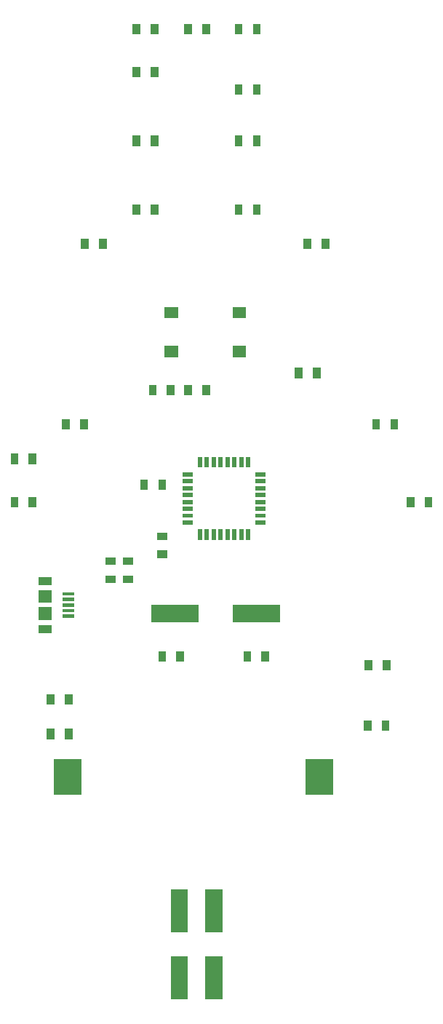
<source format=gbr>
G04 start of page 10 for group -4015 idx -4015 *
G04 Title: (unknown), toppaste *
G04 Creator: pcb 20140316 *
G04 CreationDate: Wed 05 Dec 2018 13:19:10 GMT UTC *
G04 For: david *
G04 Format: Gerber/RS-274X *
G04 PCB-Dimensions (mil): 5803.15 7874.02 *
G04 PCB-Coordinate-Origin: lower left *
%MOIN*%
%FSLAX25Y25*%
%LNTOPPASTE*%
%ADD92R,0.0787X0.0787*%
%ADD91R,0.1260X0.1260*%
%ADD90R,0.0197X0.0197*%
%ADD89R,0.0374X0.0374*%
%ADD88R,0.0590X0.0590*%
%ADD87R,0.0157X0.0157*%
%ADD86R,0.0787X0.0787*%
%ADD85R,0.0512X0.0512*%
%ADD84R,0.0354X0.0354*%
G54D84*X192913Y504527D02*Y503347D01*
X201180Y504527D02*Y503347D01*
X176772Y504527D02*Y503347D01*
X185039Y504527D02*Y503347D01*
G54D85*X184744Y539370D02*X185728D01*
X216043D02*X217027D01*
X184744Y521654D02*X185728D01*
X216043D02*X217027D01*
G54D84*X164764Y417323D02*X165944D01*
X164764Y425590D02*X165944D01*
X156890Y417323D02*X158070D01*
X156890Y425590D02*X158070D01*
X275198Y350984D02*Y349804D01*
X283465Y350984D02*Y349804D01*
X275591Y378543D02*Y377363D01*
X283858Y378543D02*Y377363D01*
X138188Y347047D02*Y345867D01*
X129921Y347047D02*Y345867D01*
X138188Y362795D02*Y361615D01*
X129921Y362795D02*Y361615D01*
X121653Y453346D02*Y452166D01*
X113386Y453346D02*Y452166D01*
X294883Y453346D02*Y452166D01*
X303150Y453346D02*Y452166D01*
X279135Y488779D02*Y487599D01*
X287402Y488779D02*Y487599D01*
X243702Y512401D02*Y511221D01*
X251969Y512401D02*Y511221D01*
X121654Y473031D02*Y471851D01*
X113387Y473031D02*Y471851D01*
X145276Y488779D02*Y487599D01*
X137009Y488779D02*Y487599D01*
X153936Y571456D02*Y570276D01*
X145669Y571456D02*Y570276D01*
X247639Y571456D02*Y570276D01*
X255906Y571456D02*Y570276D01*
X216142Y587204D02*Y586024D01*
X224409Y587204D02*Y586024D01*
X216142Y618700D02*Y617520D01*
X224409Y618700D02*Y617520D01*
X177558Y587204D02*Y586024D01*
X169291Y587204D02*Y586024D01*
X177558Y618700D02*Y617520D01*
X169291Y618700D02*Y617520D01*
X177558Y650196D02*Y649016D01*
X169291Y650196D02*Y649016D01*
X216142Y642322D02*Y641142D01*
X224409Y642322D02*Y641142D01*
X216142Y669881D02*Y668701D01*
X224409Y669881D02*Y668701D01*
X192913Y669881D02*Y668701D01*
X201180Y669881D02*Y668701D01*
G54D86*X204724Y240551D02*Y228741D01*
X188976Y240551D02*Y228741D01*
G54D84*X177558Y669881D02*Y668701D01*
X169291Y669881D02*Y668701D01*
G54D87*X136319Y410630D02*X140059D01*
X136319Y408071D02*X140059D01*
X136319Y405512D02*X140059D01*
X136319Y402953D02*X140059D01*
X136319Y400394D02*X140059D01*
G54D88*X127461Y409449D02*X127658D01*
X127461Y401575D02*X127658D01*
G54D89*X126378Y416437D02*X128741D01*
X126378Y394587D02*X128741D01*
G54D84*X180512Y428741D02*X181692D01*
X180512Y437008D02*X181692D01*
X172835Y461220D02*Y460040D01*
X181102Y461220D02*Y460040D01*
X220079Y382480D02*Y381300D01*
X228346Y382480D02*Y381300D01*
X189369Y382480D02*Y381300D01*
X181102Y382480D02*Y381300D01*
G54D86*X180119Y401575D02*X193897D01*
X217519D02*X231299D01*
G54D90*X198424Y439173D02*Y436419D01*
X201573Y439173D02*Y436419D01*
X204723Y439173D02*Y436419D01*
X207872Y439173D02*Y436419D01*
X211022Y439173D02*Y436419D01*
X214172Y439173D02*Y436419D01*
X217321Y439173D02*Y436419D01*
X220471Y439173D02*Y436419D01*
X224605Y443307D02*X227361D01*
X224605Y446457D02*X227361D01*
X224605Y449607D02*X227361D01*
X224605Y452756D02*X227361D01*
X224605Y455906D02*X227361D01*
X224605Y459055D02*X227361D01*
X224605Y462205D02*X227361D01*
X224605Y465355D02*X227361D01*
X220471Y472244D02*Y469488D01*
X217321Y472244D02*Y469488D01*
X214172Y472244D02*Y469488D01*
X211022Y472244D02*Y469488D01*
X207872Y472244D02*Y469488D01*
X204723Y472244D02*Y469488D01*
X201573Y472244D02*Y469488D01*
X198424Y472244D02*Y469488D01*
X191535Y465355D02*X194291D01*
X191535Y462205D02*X194291D01*
X191535Y459055D02*X194291D01*
X191535Y455906D02*X194291D01*
X191535Y452756D02*X194291D01*
X191535Y449607D02*X194291D01*
X191535Y446457D02*X194291D01*
X191535Y443307D02*X194291D01*
G54D91*X137795Y324804D02*Y328740D01*
X253149Y324804D02*Y328740D01*
G54D92*X204724Y271259D02*Y259449D01*
X188976Y271259D02*Y259449D01*
M02*

</source>
